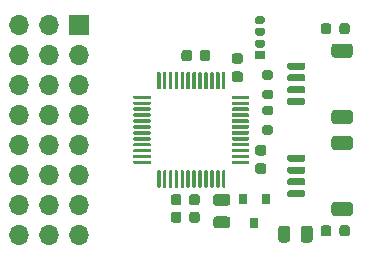
<source format=gbr>
%TF.GenerationSoftware,KiCad,Pcbnew,5.1.8-db9833491~87~ubuntu20.04.1*%
%TF.CreationDate,2020-11-05T18:06:58+01:00*%
%TF.ProjectId,rosalyn-rx,726f7361-6c79-46e2-9d72-782e6b696361,v1.0*%
%TF.SameCoordinates,Original*%
%TF.FileFunction,Soldermask,Top*%
%TF.FilePolarity,Negative*%
%FSLAX46Y46*%
G04 Gerber Fmt 4.6, Leading zero omitted, Abs format (unit mm)*
G04 Created by KiCad (PCBNEW 5.1.8-db9833491~87~ubuntu20.04.1) date 2020-11-05 18:06:58*
%MOMM*%
%LPD*%
G01*
G04 APERTURE LIST*
%ADD10O,1.700000X1.700000*%
%ADD11R,1.700000X1.700000*%
%ADD12R,0.850000X0.650000*%
%ADD13R,0.800000X0.900000*%
G04 APERTURE END LIST*
D10*
%TO.C,J4*%
X120410000Y-108890000D03*
X120410000Y-91110000D03*
X120410000Y-106350000D03*
X120410000Y-103810000D03*
X120410000Y-101270000D03*
X120410000Y-98730000D03*
X120410000Y-96190000D03*
X120410000Y-93650000D03*
X122950000Y-91110000D03*
X122950000Y-93650000D03*
X122950000Y-96190000D03*
X122950000Y-98730000D03*
X122950000Y-101270000D03*
X122950000Y-103810000D03*
X122950000Y-106350000D03*
X122950000Y-108890000D03*
D11*
X125490000Y-91110000D03*
D10*
X125490000Y-93650000D03*
X125490000Y-96190000D03*
X125490000Y-98730000D03*
X125490000Y-101270000D03*
X125490000Y-103810000D03*
X125490000Y-106350000D03*
X125490000Y-108890000D03*
%TD*%
%TO.C,J3*%
G36*
G01*
X144525000Y-97900000D02*
X143275000Y-97900000D01*
G75*
G02*
X143125000Y-97750000I0J150000D01*
G01*
X143125000Y-97450000D01*
G75*
G02*
X143275000Y-97300000I150000J0D01*
G01*
X144525000Y-97300000D01*
G75*
G02*
X144675000Y-97450000I0J-150000D01*
G01*
X144675000Y-97750000D01*
G75*
G02*
X144525000Y-97900000I-150000J0D01*
G01*
G37*
G36*
G01*
X144525000Y-96900000D02*
X143275000Y-96900000D01*
G75*
G02*
X143125000Y-96750000I0J150000D01*
G01*
X143125000Y-96450000D01*
G75*
G02*
X143275000Y-96300000I150000J0D01*
G01*
X144525000Y-96300000D01*
G75*
G02*
X144675000Y-96450000I0J-150000D01*
G01*
X144675000Y-96750000D01*
G75*
G02*
X144525000Y-96900000I-150000J0D01*
G01*
G37*
G36*
G01*
X144525000Y-95900000D02*
X143275000Y-95900000D01*
G75*
G02*
X143125000Y-95750000I0J150000D01*
G01*
X143125000Y-95450000D01*
G75*
G02*
X143275000Y-95300000I150000J0D01*
G01*
X144525000Y-95300000D01*
G75*
G02*
X144675000Y-95450000I0J-150000D01*
G01*
X144675000Y-95750000D01*
G75*
G02*
X144525000Y-95900000I-150000J0D01*
G01*
G37*
G36*
G01*
X144525000Y-94900000D02*
X143275000Y-94900000D01*
G75*
G02*
X143125000Y-94750000I0J150000D01*
G01*
X143125000Y-94450000D01*
G75*
G02*
X143275000Y-94300000I150000J0D01*
G01*
X144525000Y-94300000D01*
G75*
G02*
X144675000Y-94450000I0J-150000D01*
G01*
X144675000Y-94750000D01*
G75*
G02*
X144525000Y-94900000I-150000J0D01*
G01*
G37*
G36*
G01*
X148425001Y-99500000D02*
X147124999Y-99500000D01*
G75*
G02*
X146875000Y-99250001I0J249999D01*
G01*
X146875000Y-98549999D01*
G75*
G02*
X147124999Y-98300000I249999J0D01*
G01*
X148425001Y-98300000D01*
G75*
G02*
X148675000Y-98549999I0J-249999D01*
G01*
X148675000Y-99250001D01*
G75*
G02*
X148425001Y-99500000I-249999J0D01*
G01*
G37*
G36*
G01*
X148425001Y-93900000D02*
X147124999Y-93900000D01*
G75*
G02*
X146875000Y-93650001I0J249999D01*
G01*
X146875000Y-92949999D01*
G75*
G02*
X147124999Y-92700000I249999J0D01*
G01*
X148425001Y-92700000D01*
G75*
G02*
X148675000Y-92949999I0J-249999D01*
G01*
X148675000Y-93650001D01*
G75*
G02*
X148425001Y-93900000I-249999J0D01*
G01*
G37*
%TD*%
%TO.C,J2*%
G36*
G01*
X144525000Y-105700000D02*
X143275000Y-105700000D01*
G75*
G02*
X143125000Y-105550000I0J150000D01*
G01*
X143125000Y-105250000D01*
G75*
G02*
X143275000Y-105100000I150000J0D01*
G01*
X144525000Y-105100000D01*
G75*
G02*
X144675000Y-105250000I0J-150000D01*
G01*
X144675000Y-105550000D01*
G75*
G02*
X144525000Y-105700000I-150000J0D01*
G01*
G37*
G36*
G01*
X144525000Y-104700000D02*
X143275000Y-104700000D01*
G75*
G02*
X143125000Y-104550000I0J150000D01*
G01*
X143125000Y-104250000D01*
G75*
G02*
X143275000Y-104100000I150000J0D01*
G01*
X144525000Y-104100000D01*
G75*
G02*
X144675000Y-104250000I0J-150000D01*
G01*
X144675000Y-104550000D01*
G75*
G02*
X144525000Y-104700000I-150000J0D01*
G01*
G37*
G36*
G01*
X144525000Y-103700000D02*
X143275000Y-103700000D01*
G75*
G02*
X143125000Y-103550000I0J150000D01*
G01*
X143125000Y-103250000D01*
G75*
G02*
X143275000Y-103100000I150000J0D01*
G01*
X144525000Y-103100000D01*
G75*
G02*
X144675000Y-103250000I0J-150000D01*
G01*
X144675000Y-103550000D01*
G75*
G02*
X144525000Y-103700000I-150000J0D01*
G01*
G37*
G36*
G01*
X144525000Y-102700000D02*
X143275000Y-102700000D01*
G75*
G02*
X143125000Y-102550000I0J150000D01*
G01*
X143125000Y-102250000D01*
G75*
G02*
X143275000Y-102100000I150000J0D01*
G01*
X144525000Y-102100000D01*
G75*
G02*
X144675000Y-102250000I0J-150000D01*
G01*
X144675000Y-102550000D01*
G75*
G02*
X144525000Y-102700000I-150000J0D01*
G01*
G37*
G36*
G01*
X148425001Y-107300000D02*
X147124999Y-107300000D01*
G75*
G02*
X146875000Y-107050001I0J249999D01*
G01*
X146875000Y-106349999D01*
G75*
G02*
X147124999Y-106100000I249999J0D01*
G01*
X148425001Y-106100000D01*
G75*
G02*
X148675000Y-106349999I0J-249999D01*
G01*
X148675000Y-107050001D01*
G75*
G02*
X148425001Y-107300000I-249999J0D01*
G01*
G37*
G36*
G01*
X148425001Y-101700000D02*
X147124999Y-101700000D01*
G75*
G02*
X146875000Y-101450001I0J249999D01*
G01*
X146875000Y-100749999D01*
G75*
G02*
X147124999Y-100500000I249999J0D01*
G01*
X148425001Y-100500000D01*
G75*
G02*
X148675000Y-100749999I0J-249999D01*
G01*
X148675000Y-101450001D01*
G75*
G02*
X148425001Y-101700000I-249999J0D01*
G01*
G37*
%TD*%
%TO.C,J1*%
G36*
G01*
X141245000Y-90537500D02*
X141245000Y-90862500D01*
G75*
G02*
X141082500Y-91025000I-162500J0D01*
G01*
X140557500Y-91025000D01*
G75*
G02*
X140395000Y-90862500I0J162500D01*
G01*
X140395000Y-90537500D01*
G75*
G02*
X140557500Y-90375000I162500J0D01*
G01*
X141082500Y-90375000D01*
G75*
G02*
X141245000Y-90537500I0J-162500D01*
G01*
G37*
G36*
G01*
X141245000Y-91537500D02*
X141245000Y-91862500D01*
G75*
G02*
X141082500Y-92025000I-162500J0D01*
G01*
X140557500Y-92025000D01*
G75*
G02*
X140395000Y-91862500I0J162500D01*
G01*
X140395000Y-91537500D01*
G75*
G02*
X140557500Y-91375000I162500J0D01*
G01*
X141082500Y-91375000D01*
G75*
G02*
X141245000Y-91537500I0J-162500D01*
G01*
G37*
G36*
G01*
X141245000Y-92537500D02*
X141245000Y-92862500D01*
G75*
G02*
X141082500Y-93025000I-162500J0D01*
G01*
X140557500Y-93025000D01*
G75*
G02*
X140395000Y-92862500I0J162500D01*
G01*
X140395000Y-92537500D01*
G75*
G02*
X140557500Y-92375000I162500J0D01*
G01*
X141082500Y-92375000D01*
G75*
G02*
X141245000Y-92537500I0J-162500D01*
G01*
G37*
D12*
X140820000Y-93700000D03*
%TD*%
%TO.C,R12*%
G36*
G01*
X141203000Y-96615000D02*
X141753000Y-96615000D01*
G75*
G02*
X141953000Y-96815000I0J-200000D01*
G01*
X141953000Y-97215000D01*
G75*
G02*
X141753000Y-97415000I-200000J0D01*
G01*
X141203000Y-97415000D01*
G75*
G02*
X141003000Y-97215000I0J200000D01*
G01*
X141003000Y-96815000D01*
G75*
G02*
X141203000Y-96615000I200000J0D01*
G01*
G37*
G36*
G01*
X141203000Y-94965000D02*
X141753000Y-94965000D01*
G75*
G02*
X141953000Y-95165000I0J-200000D01*
G01*
X141953000Y-95565000D01*
G75*
G02*
X141753000Y-95765000I-200000J0D01*
G01*
X141203000Y-95765000D01*
G75*
G02*
X141003000Y-95565000I0J200000D01*
G01*
X141003000Y-95165000D01*
G75*
G02*
X141203000Y-94965000I200000J0D01*
G01*
G37*
%TD*%
%TO.C,R11*%
G36*
G01*
X141203000Y-99605000D02*
X141753000Y-99605000D01*
G75*
G02*
X141953000Y-99805000I0J-200000D01*
G01*
X141953000Y-100205000D01*
G75*
G02*
X141753000Y-100405000I-200000J0D01*
G01*
X141203000Y-100405000D01*
G75*
G02*
X141003000Y-100205000I0J200000D01*
G01*
X141003000Y-99805000D01*
G75*
G02*
X141203000Y-99605000I200000J0D01*
G01*
G37*
G36*
G01*
X141203000Y-97955000D02*
X141753000Y-97955000D01*
G75*
G02*
X141953000Y-98155000I0J-200000D01*
G01*
X141953000Y-98555000D01*
G75*
G02*
X141753000Y-98755000I-200000J0D01*
G01*
X141203000Y-98755000D01*
G75*
G02*
X141003000Y-98555000I0J200000D01*
G01*
X141003000Y-98155000D01*
G75*
G02*
X141203000Y-97955000I200000J0D01*
G01*
G37*
%TD*%
%TO.C,D2*%
G36*
G01*
X147550000Y-91696250D02*
X147550000Y-91183750D01*
G75*
G02*
X147768750Y-90965000I218750J0D01*
G01*
X148206250Y-90965000D01*
G75*
G02*
X148425000Y-91183750I0J-218750D01*
G01*
X148425000Y-91696250D01*
G75*
G02*
X148206250Y-91915000I-218750J0D01*
G01*
X147768750Y-91915000D01*
G75*
G02*
X147550000Y-91696250I0J218750D01*
G01*
G37*
G36*
G01*
X145975000Y-91696250D02*
X145975000Y-91183750D01*
G75*
G02*
X146193750Y-90965000I218750J0D01*
G01*
X146631250Y-90965000D01*
G75*
G02*
X146850000Y-91183750I0J-218750D01*
G01*
X146850000Y-91696250D01*
G75*
G02*
X146631250Y-91915000I-218750J0D01*
G01*
X146193750Y-91915000D01*
G75*
G02*
X145975000Y-91696250I0J218750D01*
G01*
G37*
%TD*%
%TO.C,D1*%
G36*
G01*
X147550000Y-108806250D02*
X147550000Y-108293750D01*
G75*
G02*
X147768750Y-108075000I218750J0D01*
G01*
X148206250Y-108075000D01*
G75*
G02*
X148425000Y-108293750I0J-218750D01*
G01*
X148425000Y-108806250D01*
G75*
G02*
X148206250Y-109025000I-218750J0D01*
G01*
X147768750Y-109025000D01*
G75*
G02*
X147550000Y-108806250I0J218750D01*
G01*
G37*
G36*
G01*
X145975000Y-108806250D02*
X145975000Y-108293750D01*
G75*
G02*
X146193750Y-108075000I218750J0D01*
G01*
X146631250Y-108075000D01*
G75*
G02*
X146850000Y-108293750I0J-218750D01*
G01*
X146850000Y-108806250D01*
G75*
G02*
X146631250Y-109025000I-218750J0D01*
G01*
X146193750Y-109025000D01*
G75*
G02*
X145975000Y-108806250I0J218750D01*
G01*
G37*
%TD*%
%TO.C,C7*%
G36*
G01*
X135725000Y-93960000D02*
X135725000Y-93460000D01*
G75*
G02*
X135950000Y-93235000I225000J0D01*
G01*
X136400000Y-93235000D01*
G75*
G02*
X136625000Y-93460000I0J-225000D01*
G01*
X136625000Y-93960000D01*
G75*
G02*
X136400000Y-94185000I-225000J0D01*
G01*
X135950000Y-94185000D01*
G75*
G02*
X135725000Y-93960000I0J225000D01*
G01*
G37*
G36*
G01*
X134175000Y-93960000D02*
X134175000Y-93460000D01*
G75*
G02*
X134400000Y-93235000I225000J0D01*
G01*
X134850000Y-93235000D01*
G75*
G02*
X135075000Y-93460000I0J-225000D01*
G01*
X135075000Y-93960000D01*
G75*
G02*
X134850000Y-94185000I-225000J0D01*
G01*
X134400000Y-94185000D01*
G75*
G02*
X134175000Y-93960000I0J225000D01*
G01*
G37*
%TD*%
%TO.C,C6*%
G36*
G01*
X141140000Y-102175000D02*
X140640000Y-102175000D01*
G75*
G02*
X140415000Y-101950000I0J225000D01*
G01*
X140415000Y-101500000D01*
G75*
G02*
X140640000Y-101275000I225000J0D01*
G01*
X141140000Y-101275000D01*
G75*
G02*
X141365000Y-101500000I0J-225000D01*
G01*
X141365000Y-101950000D01*
G75*
G02*
X141140000Y-102175000I-225000J0D01*
G01*
G37*
G36*
G01*
X141140000Y-103725000D02*
X140640000Y-103725000D01*
G75*
G02*
X140415000Y-103500000I0J225000D01*
G01*
X140415000Y-103050000D01*
G75*
G02*
X140640000Y-102825000I225000J0D01*
G01*
X141140000Y-102825000D01*
G75*
G02*
X141365000Y-103050000I0J-225000D01*
G01*
X141365000Y-103500000D01*
G75*
G02*
X141140000Y-103725000I-225000J0D01*
G01*
G37*
%TD*%
%TO.C,C5*%
G36*
G01*
X134175000Y-107150000D02*
X134175000Y-107650000D01*
G75*
G02*
X133950000Y-107875000I-225000J0D01*
G01*
X133500000Y-107875000D01*
G75*
G02*
X133275000Y-107650000I0J225000D01*
G01*
X133275000Y-107150000D01*
G75*
G02*
X133500000Y-106925000I225000J0D01*
G01*
X133950000Y-106925000D01*
G75*
G02*
X134175000Y-107150000I0J-225000D01*
G01*
G37*
G36*
G01*
X135725000Y-107150000D02*
X135725000Y-107650000D01*
G75*
G02*
X135500000Y-107875000I-225000J0D01*
G01*
X135050000Y-107875000D01*
G75*
G02*
X134825000Y-107650000I0J225000D01*
G01*
X134825000Y-107150000D01*
G75*
G02*
X135050000Y-106925000I225000J0D01*
G01*
X135500000Y-106925000D01*
G75*
G02*
X135725000Y-107150000I0J-225000D01*
G01*
G37*
%TD*%
D13*
%TO.C,U3*%
X140340000Y-107880000D03*
X139390000Y-105880000D03*
X141290000Y-105880000D03*
%TD*%
%TO.C,C4*%
G36*
G01*
X138065000Y-106430000D02*
X137115000Y-106430000D01*
G75*
G02*
X136865000Y-106180000I0J250000D01*
G01*
X136865000Y-105680000D01*
G75*
G02*
X137115000Y-105430000I250000J0D01*
G01*
X138065000Y-105430000D01*
G75*
G02*
X138315000Y-105680000I0J-250000D01*
G01*
X138315000Y-106180000D01*
G75*
G02*
X138065000Y-106430000I-250000J0D01*
G01*
G37*
G36*
G01*
X138065000Y-108330000D02*
X137115000Y-108330000D01*
G75*
G02*
X136865000Y-108080000I0J250000D01*
G01*
X136865000Y-107580000D01*
G75*
G02*
X137115000Y-107330000I250000J0D01*
G01*
X138065000Y-107330000D01*
G75*
G02*
X138315000Y-107580000I0J-250000D01*
G01*
X138315000Y-108080000D01*
G75*
G02*
X138065000Y-108330000I-250000J0D01*
G01*
G37*
%TD*%
%TO.C,C3*%
G36*
G01*
X143370000Y-108345000D02*
X143370000Y-109295000D01*
G75*
G02*
X143120000Y-109545000I-250000J0D01*
G01*
X142620000Y-109545000D01*
G75*
G02*
X142370000Y-109295000I0J250000D01*
G01*
X142370000Y-108345000D01*
G75*
G02*
X142620000Y-108095000I250000J0D01*
G01*
X143120000Y-108095000D01*
G75*
G02*
X143370000Y-108345000I0J-250000D01*
G01*
G37*
G36*
G01*
X145270000Y-108345000D02*
X145270000Y-109295000D01*
G75*
G02*
X145020000Y-109545000I-250000J0D01*
G01*
X144520000Y-109545000D01*
G75*
G02*
X144270000Y-109295000I0J250000D01*
G01*
X144270000Y-108345000D01*
G75*
G02*
X144520000Y-108095000I250000J0D01*
G01*
X145020000Y-108095000D01*
G75*
G02*
X145270000Y-108345000I0J-250000D01*
G01*
G37*
%TD*%
%TO.C,C2*%
G36*
G01*
X134175000Y-105670000D02*
X134175000Y-106170000D01*
G75*
G02*
X133950000Y-106395000I-225000J0D01*
G01*
X133500000Y-106395000D01*
G75*
G02*
X133275000Y-106170000I0J225000D01*
G01*
X133275000Y-105670000D01*
G75*
G02*
X133500000Y-105445000I225000J0D01*
G01*
X133950000Y-105445000D01*
G75*
G02*
X134175000Y-105670000I0J-225000D01*
G01*
G37*
G36*
G01*
X135725000Y-105670000D02*
X135725000Y-106170000D01*
G75*
G02*
X135500000Y-106395000I-225000J0D01*
G01*
X135050000Y-106395000D01*
G75*
G02*
X134825000Y-106170000I0J225000D01*
G01*
X134825000Y-105670000D01*
G75*
G02*
X135050000Y-105445000I225000J0D01*
G01*
X135500000Y-105445000D01*
G75*
G02*
X135725000Y-105670000I0J-225000D01*
G01*
G37*
%TD*%
%TO.C,U1*%
G36*
G01*
X132325000Y-104900000D02*
X132175000Y-104900000D01*
G75*
G02*
X132100000Y-104825000I0J75000D01*
G01*
X132100000Y-103500000D01*
G75*
G02*
X132175000Y-103425000I75000J0D01*
G01*
X132325000Y-103425000D01*
G75*
G02*
X132400000Y-103500000I0J-75000D01*
G01*
X132400000Y-104825000D01*
G75*
G02*
X132325000Y-104900000I-75000J0D01*
G01*
G37*
G36*
G01*
X132825000Y-104900000D02*
X132675000Y-104900000D01*
G75*
G02*
X132600000Y-104825000I0J75000D01*
G01*
X132600000Y-103500000D01*
G75*
G02*
X132675000Y-103425000I75000J0D01*
G01*
X132825000Y-103425000D01*
G75*
G02*
X132900000Y-103500000I0J-75000D01*
G01*
X132900000Y-104825000D01*
G75*
G02*
X132825000Y-104900000I-75000J0D01*
G01*
G37*
G36*
G01*
X133325000Y-104900000D02*
X133175000Y-104900000D01*
G75*
G02*
X133100000Y-104825000I0J75000D01*
G01*
X133100000Y-103500000D01*
G75*
G02*
X133175000Y-103425000I75000J0D01*
G01*
X133325000Y-103425000D01*
G75*
G02*
X133400000Y-103500000I0J-75000D01*
G01*
X133400000Y-104825000D01*
G75*
G02*
X133325000Y-104900000I-75000J0D01*
G01*
G37*
G36*
G01*
X133825000Y-104900000D02*
X133675000Y-104900000D01*
G75*
G02*
X133600000Y-104825000I0J75000D01*
G01*
X133600000Y-103500000D01*
G75*
G02*
X133675000Y-103425000I75000J0D01*
G01*
X133825000Y-103425000D01*
G75*
G02*
X133900000Y-103500000I0J-75000D01*
G01*
X133900000Y-104825000D01*
G75*
G02*
X133825000Y-104900000I-75000J0D01*
G01*
G37*
G36*
G01*
X134325000Y-104900000D02*
X134175000Y-104900000D01*
G75*
G02*
X134100000Y-104825000I0J75000D01*
G01*
X134100000Y-103500000D01*
G75*
G02*
X134175000Y-103425000I75000J0D01*
G01*
X134325000Y-103425000D01*
G75*
G02*
X134400000Y-103500000I0J-75000D01*
G01*
X134400000Y-104825000D01*
G75*
G02*
X134325000Y-104900000I-75000J0D01*
G01*
G37*
G36*
G01*
X134825000Y-104900000D02*
X134675000Y-104900000D01*
G75*
G02*
X134600000Y-104825000I0J75000D01*
G01*
X134600000Y-103500000D01*
G75*
G02*
X134675000Y-103425000I75000J0D01*
G01*
X134825000Y-103425000D01*
G75*
G02*
X134900000Y-103500000I0J-75000D01*
G01*
X134900000Y-104825000D01*
G75*
G02*
X134825000Y-104900000I-75000J0D01*
G01*
G37*
G36*
G01*
X135325000Y-104900000D02*
X135175000Y-104900000D01*
G75*
G02*
X135100000Y-104825000I0J75000D01*
G01*
X135100000Y-103500000D01*
G75*
G02*
X135175000Y-103425000I75000J0D01*
G01*
X135325000Y-103425000D01*
G75*
G02*
X135400000Y-103500000I0J-75000D01*
G01*
X135400000Y-104825000D01*
G75*
G02*
X135325000Y-104900000I-75000J0D01*
G01*
G37*
G36*
G01*
X135825000Y-104900000D02*
X135675000Y-104900000D01*
G75*
G02*
X135600000Y-104825000I0J75000D01*
G01*
X135600000Y-103500000D01*
G75*
G02*
X135675000Y-103425000I75000J0D01*
G01*
X135825000Y-103425000D01*
G75*
G02*
X135900000Y-103500000I0J-75000D01*
G01*
X135900000Y-104825000D01*
G75*
G02*
X135825000Y-104900000I-75000J0D01*
G01*
G37*
G36*
G01*
X136325000Y-104900000D02*
X136175000Y-104900000D01*
G75*
G02*
X136100000Y-104825000I0J75000D01*
G01*
X136100000Y-103500000D01*
G75*
G02*
X136175000Y-103425000I75000J0D01*
G01*
X136325000Y-103425000D01*
G75*
G02*
X136400000Y-103500000I0J-75000D01*
G01*
X136400000Y-104825000D01*
G75*
G02*
X136325000Y-104900000I-75000J0D01*
G01*
G37*
G36*
G01*
X136825000Y-104900000D02*
X136675000Y-104900000D01*
G75*
G02*
X136600000Y-104825000I0J75000D01*
G01*
X136600000Y-103500000D01*
G75*
G02*
X136675000Y-103425000I75000J0D01*
G01*
X136825000Y-103425000D01*
G75*
G02*
X136900000Y-103500000I0J-75000D01*
G01*
X136900000Y-104825000D01*
G75*
G02*
X136825000Y-104900000I-75000J0D01*
G01*
G37*
G36*
G01*
X137325000Y-104900000D02*
X137175000Y-104900000D01*
G75*
G02*
X137100000Y-104825000I0J75000D01*
G01*
X137100000Y-103500000D01*
G75*
G02*
X137175000Y-103425000I75000J0D01*
G01*
X137325000Y-103425000D01*
G75*
G02*
X137400000Y-103500000I0J-75000D01*
G01*
X137400000Y-104825000D01*
G75*
G02*
X137325000Y-104900000I-75000J0D01*
G01*
G37*
G36*
G01*
X137825000Y-104900000D02*
X137675000Y-104900000D01*
G75*
G02*
X137600000Y-104825000I0J75000D01*
G01*
X137600000Y-103500000D01*
G75*
G02*
X137675000Y-103425000I75000J0D01*
G01*
X137825000Y-103425000D01*
G75*
G02*
X137900000Y-103500000I0J-75000D01*
G01*
X137900000Y-104825000D01*
G75*
G02*
X137825000Y-104900000I-75000J0D01*
G01*
G37*
G36*
G01*
X139825000Y-102900000D02*
X138500000Y-102900000D01*
G75*
G02*
X138425000Y-102825000I0J75000D01*
G01*
X138425000Y-102675000D01*
G75*
G02*
X138500000Y-102600000I75000J0D01*
G01*
X139825000Y-102600000D01*
G75*
G02*
X139900000Y-102675000I0J-75000D01*
G01*
X139900000Y-102825000D01*
G75*
G02*
X139825000Y-102900000I-75000J0D01*
G01*
G37*
G36*
G01*
X139825000Y-102400000D02*
X138500000Y-102400000D01*
G75*
G02*
X138425000Y-102325000I0J75000D01*
G01*
X138425000Y-102175000D01*
G75*
G02*
X138500000Y-102100000I75000J0D01*
G01*
X139825000Y-102100000D01*
G75*
G02*
X139900000Y-102175000I0J-75000D01*
G01*
X139900000Y-102325000D01*
G75*
G02*
X139825000Y-102400000I-75000J0D01*
G01*
G37*
G36*
G01*
X139825000Y-101900000D02*
X138500000Y-101900000D01*
G75*
G02*
X138425000Y-101825000I0J75000D01*
G01*
X138425000Y-101675000D01*
G75*
G02*
X138500000Y-101600000I75000J0D01*
G01*
X139825000Y-101600000D01*
G75*
G02*
X139900000Y-101675000I0J-75000D01*
G01*
X139900000Y-101825000D01*
G75*
G02*
X139825000Y-101900000I-75000J0D01*
G01*
G37*
G36*
G01*
X139825000Y-101400000D02*
X138500000Y-101400000D01*
G75*
G02*
X138425000Y-101325000I0J75000D01*
G01*
X138425000Y-101175000D01*
G75*
G02*
X138500000Y-101100000I75000J0D01*
G01*
X139825000Y-101100000D01*
G75*
G02*
X139900000Y-101175000I0J-75000D01*
G01*
X139900000Y-101325000D01*
G75*
G02*
X139825000Y-101400000I-75000J0D01*
G01*
G37*
G36*
G01*
X139825000Y-100900000D02*
X138500000Y-100900000D01*
G75*
G02*
X138425000Y-100825000I0J75000D01*
G01*
X138425000Y-100675000D01*
G75*
G02*
X138500000Y-100600000I75000J0D01*
G01*
X139825000Y-100600000D01*
G75*
G02*
X139900000Y-100675000I0J-75000D01*
G01*
X139900000Y-100825000D01*
G75*
G02*
X139825000Y-100900000I-75000J0D01*
G01*
G37*
G36*
G01*
X139825000Y-100400000D02*
X138500000Y-100400000D01*
G75*
G02*
X138425000Y-100325000I0J75000D01*
G01*
X138425000Y-100175000D01*
G75*
G02*
X138500000Y-100100000I75000J0D01*
G01*
X139825000Y-100100000D01*
G75*
G02*
X139900000Y-100175000I0J-75000D01*
G01*
X139900000Y-100325000D01*
G75*
G02*
X139825000Y-100400000I-75000J0D01*
G01*
G37*
G36*
G01*
X139825000Y-99900000D02*
X138500000Y-99900000D01*
G75*
G02*
X138425000Y-99825000I0J75000D01*
G01*
X138425000Y-99675000D01*
G75*
G02*
X138500000Y-99600000I75000J0D01*
G01*
X139825000Y-99600000D01*
G75*
G02*
X139900000Y-99675000I0J-75000D01*
G01*
X139900000Y-99825000D01*
G75*
G02*
X139825000Y-99900000I-75000J0D01*
G01*
G37*
G36*
G01*
X139825000Y-99400000D02*
X138500000Y-99400000D01*
G75*
G02*
X138425000Y-99325000I0J75000D01*
G01*
X138425000Y-99175000D01*
G75*
G02*
X138500000Y-99100000I75000J0D01*
G01*
X139825000Y-99100000D01*
G75*
G02*
X139900000Y-99175000I0J-75000D01*
G01*
X139900000Y-99325000D01*
G75*
G02*
X139825000Y-99400000I-75000J0D01*
G01*
G37*
G36*
G01*
X139825000Y-98900000D02*
X138500000Y-98900000D01*
G75*
G02*
X138425000Y-98825000I0J75000D01*
G01*
X138425000Y-98675000D01*
G75*
G02*
X138500000Y-98600000I75000J0D01*
G01*
X139825000Y-98600000D01*
G75*
G02*
X139900000Y-98675000I0J-75000D01*
G01*
X139900000Y-98825000D01*
G75*
G02*
X139825000Y-98900000I-75000J0D01*
G01*
G37*
G36*
G01*
X139825000Y-98400000D02*
X138500000Y-98400000D01*
G75*
G02*
X138425000Y-98325000I0J75000D01*
G01*
X138425000Y-98175000D01*
G75*
G02*
X138500000Y-98100000I75000J0D01*
G01*
X139825000Y-98100000D01*
G75*
G02*
X139900000Y-98175000I0J-75000D01*
G01*
X139900000Y-98325000D01*
G75*
G02*
X139825000Y-98400000I-75000J0D01*
G01*
G37*
G36*
G01*
X139825000Y-97900000D02*
X138500000Y-97900000D01*
G75*
G02*
X138425000Y-97825000I0J75000D01*
G01*
X138425000Y-97675000D01*
G75*
G02*
X138500000Y-97600000I75000J0D01*
G01*
X139825000Y-97600000D01*
G75*
G02*
X139900000Y-97675000I0J-75000D01*
G01*
X139900000Y-97825000D01*
G75*
G02*
X139825000Y-97900000I-75000J0D01*
G01*
G37*
G36*
G01*
X139825000Y-97400000D02*
X138500000Y-97400000D01*
G75*
G02*
X138425000Y-97325000I0J75000D01*
G01*
X138425000Y-97175000D01*
G75*
G02*
X138500000Y-97100000I75000J0D01*
G01*
X139825000Y-97100000D01*
G75*
G02*
X139900000Y-97175000I0J-75000D01*
G01*
X139900000Y-97325000D01*
G75*
G02*
X139825000Y-97400000I-75000J0D01*
G01*
G37*
G36*
G01*
X137825000Y-96575000D02*
X137675000Y-96575000D01*
G75*
G02*
X137600000Y-96500000I0J75000D01*
G01*
X137600000Y-95175000D01*
G75*
G02*
X137675000Y-95100000I75000J0D01*
G01*
X137825000Y-95100000D01*
G75*
G02*
X137900000Y-95175000I0J-75000D01*
G01*
X137900000Y-96500000D01*
G75*
G02*
X137825000Y-96575000I-75000J0D01*
G01*
G37*
G36*
G01*
X137325000Y-96575000D02*
X137175000Y-96575000D01*
G75*
G02*
X137100000Y-96500000I0J75000D01*
G01*
X137100000Y-95175000D01*
G75*
G02*
X137175000Y-95100000I75000J0D01*
G01*
X137325000Y-95100000D01*
G75*
G02*
X137400000Y-95175000I0J-75000D01*
G01*
X137400000Y-96500000D01*
G75*
G02*
X137325000Y-96575000I-75000J0D01*
G01*
G37*
G36*
G01*
X136825000Y-96575000D02*
X136675000Y-96575000D01*
G75*
G02*
X136600000Y-96500000I0J75000D01*
G01*
X136600000Y-95175000D01*
G75*
G02*
X136675000Y-95100000I75000J0D01*
G01*
X136825000Y-95100000D01*
G75*
G02*
X136900000Y-95175000I0J-75000D01*
G01*
X136900000Y-96500000D01*
G75*
G02*
X136825000Y-96575000I-75000J0D01*
G01*
G37*
G36*
G01*
X136325000Y-96575000D02*
X136175000Y-96575000D01*
G75*
G02*
X136100000Y-96500000I0J75000D01*
G01*
X136100000Y-95175000D01*
G75*
G02*
X136175000Y-95100000I75000J0D01*
G01*
X136325000Y-95100000D01*
G75*
G02*
X136400000Y-95175000I0J-75000D01*
G01*
X136400000Y-96500000D01*
G75*
G02*
X136325000Y-96575000I-75000J0D01*
G01*
G37*
G36*
G01*
X135825000Y-96575000D02*
X135675000Y-96575000D01*
G75*
G02*
X135600000Y-96500000I0J75000D01*
G01*
X135600000Y-95175000D01*
G75*
G02*
X135675000Y-95100000I75000J0D01*
G01*
X135825000Y-95100000D01*
G75*
G02*
X135900000Y-95175000I0J-75000D01*
G01*
X135900000Y-96500000D01*
G75*
G02*
X135825000Y-96575000I-75000J0D01*
G01*
G37*
G36*
G01*
X135325000Y-96575000D02*
X135175000Y-96575000D01*
G75*
G02*
X135100000Y-96500000I0J75000D01*
G01*
X135100000Y-95175000D01*
G75*
G02*
X135175000Y-95100000I75000J0D01*
G01*
X135325000Y-95100000D01*
G75*
G02*
X135400000Y-95175000I0J-75000D01*
G01*
X135400000Y-96500000D01*
G75*
G02*
X135325000Y-96575000I-75000J0D01*
G01*
G37*
G36*
G01*
X134825000Y-96575000D02*
X134675000Y-96575000D01*
G75*
G02*
X134600000Y-96500000I0J75000D01*
G01*
X134600000Y-95175000D01*
G75*
G02*
X134675000Y-95100000I75000J0D01*
G01*
X134825000Y-95100000D01*
G75*
G02*
X134900000Y-95175000I0J-75000D01*
G01*
X134900000Y-96500000D01*
G75*
G02*
X134825000Y-96575000I-75000J0D01*
G01*
G37*
G36*
G01*
X134325000Y-96575000D02*
X134175000Y-96575000D01*
G75*
G02*
X134100000Y-96500000I0J75000D01*
G01*
X134100000Y-95175000D01*
G75*
G02*
X134175000Y-95100000I75000J0D01*
G01*
X134325000Y-95100000D01*
G75*
G02*
X134400000Y-95175000I0J-75000D01*
G01*
X134400000Y-96500000D01*
G75*
G02*
X134325000Y-96575000I-75000J0D01*
G01*
G37*
G36*
G01*
X133825000Y-96575000D02*
X133675000Y-96575000D01*
G75*
G02*
X133600000Y-96500000I0J75000D01*
G01*
X133600000Y-95175000D01*
G75*
G02*
X133675000Y-95100000I75000J0D01*
G01*
X133825000Y-95100000D01*
G75*
G02*
X133900000Y-95175000I0J-75000D01*
G01*
X133900000Y-96500000D01*
G75*
G02*
X133825000Y-96575000I-75000J0D01*
G01*
G37*
G36*
G01*
X133325000Y-96575000D02*
X133175000Y-96575000D01*
G75*
G02*
X133100000Y-96500000I0J75000D01*
G01*
X133100000Y-95175000D01*
G75*
G02*
X133175000Y-95100000I75000J0D01*
G01*
X133325000Y-95100000D01*
G75*
G02*
X133400000Y-95175000I0J-75000D01*
G01*
X133400000Y-96500000D01*
G75*
G02*
X133325000Y-96575000I-75000J0D01*
G01*
G37*
G36*
G01*
X132825000Y-96575000D02*
X132675000Y-96575000D01*
G75*
G02*
X132600000Y-96500000I0J75000D01*
G01*
X132600000Y-95175000D01*
G75*
G02*
X132675000Y-95100000I75000J0D01*
G01*
X132825000Y-95100000D01*
G75*
G02*
X132900000Y-95175000I0J-75000D01*
G01*
X132900000Y-96500000D01*
G75*
G02*
X132825000Y-96575000I-75000J0D01*
G01*
G37*
G36*
G01*
X132325000Y-96575000D02*
X132175000Y-96575000D01*
G75*
G02*
X132100000Y-96500000I0J75000D01*
G01*
X132100000Y-95175000D01*
G75*
G02*
X132175000Y-95100000I75000J0D01*
G01*
X132325000Y-95100000D01*
G75*
G02*
X132400000Y-95175000I0J-75000D01*
G01*
X132400000Y-96500000D01*
G75*
G02*
X132325000Y-96575000I-75000J0D01*
G01*
G37*
G36*
G01*
X131500000Y-97400000D02*
X130175000Y-97400000D01*
G75*
G02*
X130100000Y-97325000I0J75000D01*
G01*
X130100000Y-97175000D01*
G75*
G02*
X130175000Y-97100000I75000J0D01*
G01*
X131500000Y-97100000D01*
G75*
G02*
X131575000Y-97175000I0J-75000D01*
G01*
X131575000Y-97325000D01*
G75*
G02*
X131500000Y-97400000I-75000J0D01*
G01*
G37*
G36*
G01*
X131500000Y-97900000D02*
X130175000Y-97900000D01*
G75*
G02*
X130100000Y-97825000I0J75000D01*
G01*
X130100000Y-97675000D01*
G75*
G02*
X130175000Y-97600000I75000J0D01*
G01*
X131500000Y-97600000D01*
G75*
G02*
X131575000Y-97675000I0J-75000D01*
G01*
X131575000Y-97825000D01*
G75*
G02*
X131500000Y-97900000I-75000J0D01*
G01*
G37*
G36*
G01*
X131500000Y-98400000D02*
X130175000Y-98400000D01*
G75*
G02*
X130100000Y-98325000I0J75000D01*
G01*
X130100000Y-98175000D01*
G75*
G02*
X130175000Y-98100000I75000J0D01*
G01*
X131500000Y-98100000D01*
G75*
G02*
X131575000Y-98175000I0J-75000D01*
G01*
X131575000Y-98325000D01*
G75*
G02*
X131500000Y-98400000I-75000J0D01*
G01*
G37*
G36*
G01*
X131500000Y-98900000D02*
X130175000Y-98900000D01*
G75*
G02*
X130100000Y-98825000I0J75000D01*
G01*
X130100000Y-98675000D01*
G75*
G02*
X130175000Y-98600000I75000J0D01*
G01*
X131500000Y-98600000D01*
G75*
G02*
X131575000Y-98675000I0J-75000D01*
G01*
X131575000Y-98825000D01*
G75*
G02*
X131500000Y-98900000I-75000J0D01*
G01*
G37*
G36*
G01*
X131500000Y-99400000D02*
X130175000Y-99400000D01*
G75*
G02*
X130100000Y-99325000I0J75000D01*
G01*
X130100000Y-99175000D01*
G75*
G02*
X130175000Y-99100000I75000J0D01*
G01*
X131500000Y-99100000D01*
G75*
G02*
X131575000Y-99175000I0J-75000D01*
G01*
X131575000Y-99325000D01*
G75*
G02*
X131500000Y-99400000I-75000J0D01*
G01*
G37*
G36*
G01*
X131500000Y-99900000D02*
X130175000Y-99900000D01*
G75*
G02*
X130100000Y-99825000I0J75000D01*
G01*
X130100000Y-99675000D01*
G75*
G02*
X130175000Y-99600000I75000J0D01*
G01*
X131500000Y-99600000D01*
G75*
G02*
X131575000Y-99675000I0J-75000D01*
G01*
X131575000Y-99825000D01*
G75*
G02*
X131500000Y-99900000I-75000J0D01*
G01*
G37*
G36*
G01*
X131500000Y-100400000D02*
X130175000Y-100400000D01*
G75*
G02*
X130100000Y-100325000I0J75000D01*
G01*
X130100000Y-100175000D01*
G75*
G02*
X130175000Y-100100000I75000J0D01*
G01*
X131500000Y-100100000D01*
G75*
G02*
X131575000Y-100175000I0J-75000D01*
G01*
X131575000Y-100325000D01*
G75*
G02*
X131500000Y-100400000I-75000J0D01*
G01*
G37*
G36*
G01*
X131500000Y-100900000D02*
X130175000Y-100900000D01*
G75*
G02*
X130100000Y-100825000I0J75000D01*
G01*
X130100000Y-100675000D01*
G75*
G02*
X130175000Y-100600000I75000J0D01*
G01*
X131500000Y-100600000D01*
G75*
G02*
X131575000Y-100675000I0J-75000D01*
G01*
X131575000Y-100825000D01*
G75*
G02*
X131500000Y-100900000I-75000J0D01*
G01*
G37*
G36*
G01*
X131500000Y-101400000D02*
X130175000Y-101400000D01*
G75*
G02*
X130100000Y-101325000I0J75000D01*
G01*
X130100000Y-101175000D01*
G75*
G02*
X130175000Y-101100000I75000J0D01*
G01*
X131500000Y-101100000D01*
G75*
G02*
X131575000Y-101175000I0J-75000D01*
G01*
X131575000Y-101325000D01*
G75*
G02*
X131500000Y-101400000I-75000J0D01*
G01*
G37*
G36*
G01*
X131500000Y-101900000D02*
X130175000Y-101900000D01*
G75*
G02*
X130100000Y-101825000I0J75000D01*
G01*
X130100000Y-101675000D01*
G75*
G02*
X130175000Y-101600000I75000J0D01*
G01*
X131500000Y-101600000D01*
G75*
G02*
X131575000Y-101675000I0J-75000D01*
G01*
X131575000Y-101825000D01*
G75*
G02*
X131500000Y-101900000I-75000J0D01*
G01*
G37*
G36*
G01*
X131500000Y-102400000D02*
X130175000Y-102400000D01*
G75*
G02*
X130100000Y-102325000I0J75000D01*
G01*
X130100000Y-102175000D01*
G75*
G02*
X130175000Y-102100000I75000J0D01*
G01*
X131500000Y-102100000D01*
G75*
G02*
X131575000Y-102175000I0J-75000D01*
G01*
X131575000Y-102325000D01*
G75*
G02*
X131500000Y-102400000I-75000J0D01*
G01*
G37*
G36*
G01*
X131500000Y-102900000D02*
X130175000Y-102900000D01*
G75*
G02*
X130100000Y-102825000I0J75000D01*
G01*
X130100000Y-102675000D01*
G75*
G02*
X130175000Y-102600000I75000J0D01*
G01*
X131500000Y-102600000D01*
G75*
G02*
X131575000Y-102675000I0J-75000D01*
G01*
X131575000Y-102825000D01*
G75*
G02*
X131500000Y-102900000I-75000J0D01*
G01*
G37*
%TD*%
%TO.C,C8*%
G36*
G01*
X138658000Y-93504000D02*
X139158000Y-93504000D01*
G75*
G02*
X139383000Y-93729000I0J-225000D01*
G01*
X139383000Y-94179000D01*
G75*
G02*
X139158000Y-94404000I-225000J0D01*
G01*
X138658000Y-94404000D01*
G75*
G02*
X138433000Y-94179000I0J225000D01*
G01*
X138433000Y-93729000D01*
G75*
G02*
X138658000Y-93504000I225000J0D01*
G01*
G37*
G36*
G01*
X138658000Y-95054000D02*
X139158000Y-95054000D01*
G75*
G02*
X139383000Y-95279000I0J-225000D01*
G01*
X139383000Y-95729000D01*
G75*
G02*
X139158000Y-95954000I-225000J0D01*
G01*
X138658000Y-95954000D01*
G75*
G02*
X138433000Y-95729000I0J225000D01*
G01*
X138433000Y-95279000D01*
G75*
G02*
X138658000Y-95054000I225000J0D01*
G01*
G37*
%TD*%
M02*

</source>
